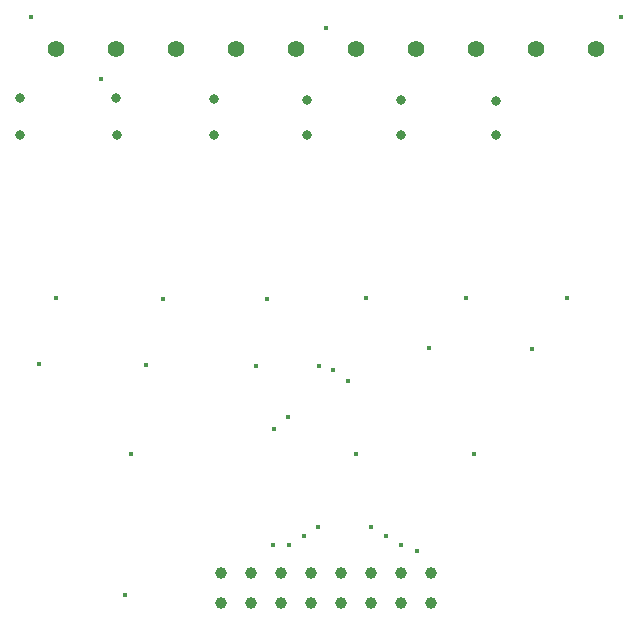
<source format=gbr>
%TF.GenerationSoftware,KiCad,Pcbnew,6.0.7+dfsg-1~bpo11+1*%
%TF.CreationDate,2022-10-12T23:40:47+02:00*%
%TF.ProjectId,rib6out_01,72696236-6f75-4745-9f30-312e6b696361,rev?*%
%TF.SameCoordinates,Original*%
%TF.FileFunction,Plated,1,2,PTH,Drill*%
%TF.FilePolarity,Positive*%
%FSLAX46Y46*%
G04 Gerber Fmt 4.6, Leading zero omitted, Abs format (unit mm)*
G04 Created by KiCad (PCBNEW 6.0.7+dfsg-1~bpo11+1) date 2022-10-12 23:40:47*
%MOMM*%
%LPD*%
G01*
G04 APERTURE LIST*
%TA.AperFunction,ViaDrill*%
%ADD10C,0.400000*%
%TD*%
%TA.AperFunction,ViaDrill*%
%ADD11C,0.800000*%
%TD*%
%TA.AperFunction,ComponentDrill*%
%ADD12C,1.000000*%
%TD*%
%TA.AperFunction,ComponentDrill*%
%ADD13C,1.400000*%
%TD*%
G04 APERTURE END LIST*
D10*
X128000000Y-68000000D03*
X128650000Y-97420000D03*
X130150000Y-91850000D03*
X133910000Y-73310000D03*
X136000000Y-117000000D03*
X136500000Y-105000000D03*
X137770000Y-97530000D03*
X139150000Y-91870000D03*
X147050000Y-97560000D03*
X147980000Y-91870000D03*
X148530000Y-112760000D03*
X148550000Y-102930000D03*
X149760000Y-101870000D03*
X149810000Y-112720000D03*
X151090000Y-112000000D03*
X152320000Y-111210000D03*
X152360000Y-97560000D03*
X153000000Y-69000000D03*
X153615000Y-97875000D03*
X154860000Y-98820000D03*
X155500000Y-105000000D03*
X156330000Y-91850000D03*
X156830000Y-111200000D03*
X158035000Y-111995000D03*
X159350000Y-112730000D03*
X160670000Y-113270000D03*
X161740000Y-96090000D03*
X164840000Y-91840000D03*
X165500000Y-105000000D03*
X170460000Y-96120000D03*
X173400000Y-91850000D03*
X178000000Y-68000000D03*
D11*
X127070000Y-74910000D03*
X127090000Y-78020000D03*
X135220000Y-74890000D03*
X135290000Y-77980000D03*
X143460000Y-77980000D03*
X143490000Y-74990000D03*
X151350000Y-75020000D03*
X151350000Y-78000000D03*
X159300000Y-75030000D03*
X159350000Y-78050000D03*
X167400000Y-75100000D03*
X167400000Y-78050000D03*
D12*
%TO.C,J1*%
X144110000Y-115120000D03*
X144110000Y-117660000D03*
X146650000Y-115120000D03*
X146650000Y-117660000D03*
X149190000Y-115120000D03*
X149190000Y-117660000D03*
X151730000Y-115120000D03*
X151730000Y-117660000D03*
X154270000Y-115120000D03*
X154270000Y-117660000D03*
X156810000Y-115120000D03*
X156810000Y-117660000D03*
X159350000Y-115120000D03*
X159350000Y-117660000D03*
X161890000Y-115120000D03*
X161890000Y-117660000D03*
D13*
%TO.C,J2*%
X130140000Y-70777500D03*
X135220000Y-70777500D03*
X140300000Y-70777500D03*
X145380000Y-70777500D03*
X150460000Y-70777500D03*
X155540000Y-70777500D03*
X160620000Y-70777500D03*
X165700000Y-70777500D03*
X170780000Y-70777500D03*
X175860000Y-70777500D03*
M02*

</source>
